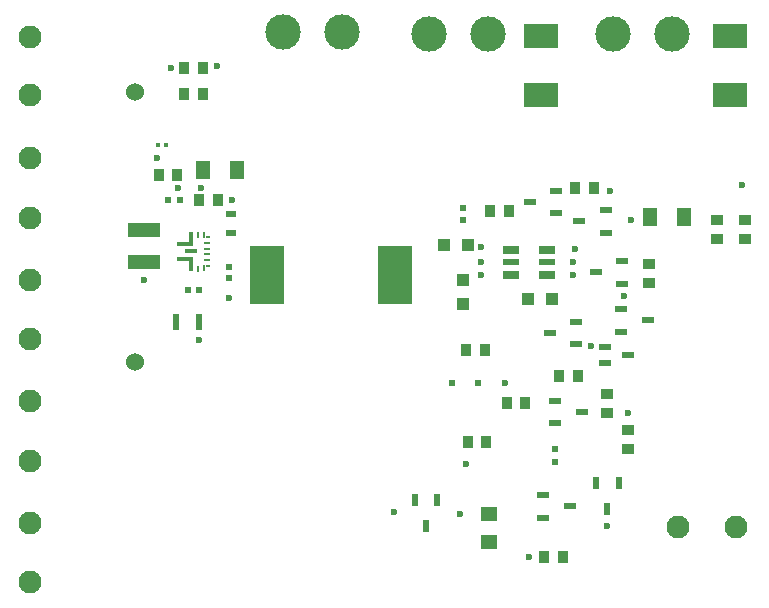
<source format=gbr>
%FSTAX23Y23*%
%MOIN*%
%SFA1B1*%

%IPPOS*%
%ADD10R,0.035430X0.039370*%
%ADD11R,0.041340X0.023620*%
%ADD12R,0.039370X0.035430*%
%ADD13R,0.023620X0.023620*%
%ADD14R,0.023620X0.041340*%
%ADD15C,0.023620*%
%ADD16R,0.023620X0.024410*%
%ADD17R,0.112210X0.194880*%
%ADD18R,0.019680X0.018700*%
%ADD19R,0.055120X0.045280*%
%ADD20R,0.047240X0.062990*%
%ADD21R,0.039370X0.039370*%
%ADD22R,0.039370X0.039370*%
%ADD23R,0.057090X0.031500*%
%ADD24R,0.057090X0.023620*%
%ADD25R,0.116140X0.079530*%
%ADD26R,0.039370X0.021650*%
%ADD27R,0.107090X0.048030*%
%ADD28R,0.018110X0.016540*%
%ADD29R,0.017720X0.008860*%
%ADD30R,0.041340X0.015750*%
%ADD31R,0.021650X0.009840*%
%ADD32R,0.009840X0.022640*%
%ADD33R,0.009840X0.021650*%
%ADD34R,0.015750X0.049210*%
%ADD35R,0.039370X0.015750*%
%ADD36R,0.024410X0.023620*%
%ADD37R,0.037010X0.021260*%
%ADD38R,0.024410X0.057870*%
%ADD51C,0.076770*%
%ADD52C,0.060000*%
%ADD53C,0.118110*%
%LNpwr_board_final_pads_top-1*%
%LPD*%
G54D10*
X01829Y0135D03*
X01892D03*
X02008Y00195D03*
X02071D03*
X00858Y01385D03*
X00921D03*
X01754Y0058D03*
X01817D03*
X01749Y00885D03*
X01812D03*
X01884Y0071D03*
X01947D03*
X02113Y01425D03*
X02176D03*
X00871Y01825D03*
X00808D03*
X00871Y0174D03*
X00808D03*
X02059Y008D03*
X02122D03*
X00787Y0147D03*
X00724D03*
G54D11*
X02049Y01342D03*
Y01417D03*
X01962Y0138D03*
X02267Y01022D03*
Y00947D03*
X02354Y00985D03*
X02029Y00942D03*
X02115Y00979D03*
Y00905D03*
X02269Y01107D03*
Y01182D03*
X02182Y01145D03*
X02134Y0068D03*
X02047Y00642D03*
Y00717D03*
X02094Y00365D03*
X02007Y00327D03*
Y00402D03*
X02127Y01315D03*
X02214Y01352D03*
Y01277D03*
G54D12*
X02585Y01321D03*
Y01258D03*
X0268Y01321D03*
Y01258D03*
X0222Y00678D03*
Y00741D03*
X0229Y00621D03*
Y00558D03*
X0236Y01172D03*
Y0111D03*
G54D13*
X01789Y00775D03*
X01702D03*
G54D14*
X02258Y00443D03*
X02183D03*
X0222Y00356D03*
X01653Y00388D03*
X01578D03*
X01615Y00301D03*
G54D15*
X0267Y01435D03*
X0096Y0106D03*
X0092Y01834D03*
X00765Y01825D03*
X02165Y009D03*
X0223Y01415D03*
X02105Y01135D03*
X018D03*
X02105Y0118D03*
X018D03*
X02112Y01223D03*
X018Y0123D03*
X0086Y0092D03*
X00675Y0112D03*
X0097Y01385D03*
X00865Y01425D03*
X0079D03*
X0072Y01525D03*
X0188Y00775D03*
X0229Y00675D03*
X0222Y003D03*
X0196Y00195D03*
X0175Y00505D03*
X02275Y01065D03*
X023Y0132D03*
X0173Y0034D03*
X0151Y00345D03*
G54D16*
X00859Y01085D03*
X00757Y01385D03*
X00794D03*
X00822Y01085D03*
G54D17*
X01087Y01136D03*
X01513D03*
G54D18*
X02045Y00555D03*
Y00514D03*
X0174Y0136D03*
Y01319D03*
G54D19*
X01825Y00248D03*
Y00341D03*
G54D20*
X02362Y0133D03*
X02477D03*
X00872Y01485D03*
X00987D03*
G54D21*
X02035Y01055D03*
X01955D03*
X01675Y01235D03*
X01755D03*
G54D22*
X0174Y0112D03*
Y0104D03*
G54D23*
X019Y01221D03*
Y01138D03*
X0202D03*
Y01221D03*
G54D24*
X019Y0118D03*
X0202D03*
G54D25*
X0263Y01736D03*
Y01933D03*
X02Y01736D03*
Y01933D03*
G54D26*
X02288Y0087D03*
X02213Y00844D03*
Y00895D03*
G54D27*
X00675Y01288D03*
Y01181D03*
G54D28*
X00748Y0157D03*
X00722D03*
G54D29*
X00889Y01166D03*
Y01263D03*
G54D30*
X00804Y01189D03*
Y0124D03*
G54D31*
X00887Y01244D03*
Y01224D03*
Y01205D03*
Y01185D03*
G54D32*
X00875Y01159D03*
Y0127D03*
G54D33*
X00855Y01158D03*
Y01271D03*
G54D34*
X00833Y01172D03*
Y01257D03*
G54D35*
X00831Y01215D03*
G54D36*
X0096Y01163D03*
Y01126D03*
G54D37*
X00965Y01341D03*
Y01278D03*
G54D38*
X0086Y0098D03*
X00781D03*
G54D51*
X02454Y00295D03*
X0265D03*
X00295Y0031D03*
Y00113D03*
Y01931D03*
Y01735D03*
Y01525D03*
Y01328D03*
Y00715D03*
Y00518D03*
Y0112D03*
Y00923D03*
G54D52*
X00645Y00845D03*
X00645Y01745D03*
G54D53*
X01822Y0194D03*
X01625D03*
X01335Y01945D03*
X01139D03*
X02435Y0194D03*
X02239D03*
M02*
</source>
